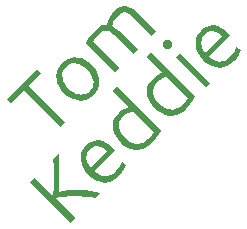
<source format=gts>
G04 #@! TF.GenerationSoftware,KiCad,Pcbnew,9.0.2-9.0.2-0~ubuntu24.04.1*
G04 #@! TF.CreationDate,2025-07-24T13:16:32-07:00*
G04 #@! TF.ProjectId,2025-mini-keychain,32303235-2d6d-4696-9e69-2d6b65796368,rev?*
G04 #@! TF.SameCoordinates,Original*
G04 #@! TF.FileFunction,Soldermask,Top*
G04 #@! TF.FilePolarity,Negative*
%FSLAX46Y46*%
G04 Gerber Fmt 4.6, Leading zero omitted, Abs format (unit mm)*
G04 Created by KiCad (PCBNEW 9.0.2-9.0.2-0~ubuntu24.04.1) date 2025-07-24 13:16:32*
%MOMM*%
%LPD*%
G01*
G04 APERTURE LIST*
%ADD10C,0.150000*%
G04 APERTURE END LIST*
D10*
G36*
X58312792Y-65621700D02*
G01*
X55214235Y-62523143D01*
X54120359Y-63617018D01*
X53788764Y-63285423D01*
X56357547Y-60716640D01*
X56689142Y-61048235D01*
X55600232Y-62137145D01*
X58698789Y-65235703D01*
X58312792Y-65621700D01*
G37*
G36*
X59828508Y-59756970D02*
G01*
X60130952Y-59829148D01*
X60417672Y-59952002D01*
X60702275Y-60134141D01*
X60987357Y-60383318D01*
X61236579Y-60668358D01*
X61419677Y-60953848D01*
X61544117Y-61242313D01*
X61617629Y-61546244D01*
X61634105Y-61839037D01*
X61595929Y-62125704D01*
X61503984Y-62399390D01*
X61355833Y-62658874D01*
X61145598Y-62907629D01*
X60903665Y-63111498D01*
X60646645Y-63257608D01*
X60371013Y-63350619D01*
X60082707Y-63390140D01*
X59789063Y-63374473D01*
X59485032Y-63301398D01*
X59196700Y-63176850D01*
X58911280Y-62993679D01*
X58626253Y-62744422D01*
X58377040Y-62459353D01*
X58194829Y-62174819D01*
X58071867Y-61888233D01*
X57999808Y-61585656D01*
X57984454Y-61300916D01*
X58481837Y-61300916D01*
X58506334Y-61508347D01*
X58574225Y-61727401D01*
X58676723Y-61934085D01*
X58820847Y-62143907D01*
X59012250Y-62358425D01*
X59226613Y-62549685D01*
X59436439Y-62693824D01*
X59643274Y-62796450D01*
X59862328Y-62864341D01*
X60069759Y-62888838D01*
X60269548Y-62873088D01*
X60461431Y-62816983D01*
X60641931Y-62719402D01*
X60814003Y-62576034D01*
X60960588Y-62400541D01*
X61059564Y-62218455D01*
X61115807Y-62026829D01*
X61131651Y-61826902D01*
X61107149Y-61619474D01*
X61039169Y-61400555D01*
X60936543Y-61193720D01*
X60792404Y-60983894D01*
X60601144Y-60769531D01*
X60386626Y-60578128D01*
X60176804Y-60434004D01*
X59970120Y-60331506D01*
X59751201Y-60263526D01*
X59543773Y-60239024D01*
X59343845Y-60254868D01*
X59152082Y-60311001D01*
X58969928Y-60409906D01*
X58794425Y-60556456D01*
X58651093Y-60728539D01*
X58553581Y-60909107D01*
X58497587Y-61101127D01*
X58481837Y-61300916D01*
X57984454Y-61300916D01*
X57983966Y-61291866D01*
X58022430Y-61002037D01*
X58114108Y-60724766D01*
X58259370Y-60466931D01*
X58462830Y-60224861D01*
X58708302Y-60018184D01*
X58967811Y-59871425D01*
X59244971Y-59779496D01*
X59534793Y-59741054D01*
X59828508Y-59756970D01*
G37*
G36*
X62951237Y-60983255D02*
G01*
X60476364Y-58508381D01*
X60778383Y-58028475D01*
X60994234Y-57740621D01*
X61317872Y-57389679D01*
X61573258Y-57171399D01*
X61810300Y-57035848D01*
X62058038Y-56963147D01*
X62302727Y-56959210D01*
X62359720Y-56699288D01*
X62421525Y-56515244D01*
X62527892Y-56288464D01*
X62670403Y-56065693D01*
X62872009Y-55835543D01*
X63152470Y-55594583D01*
X63398739Y-55453578D01*
X63619393Y-55390394D01*
X63849357Y-55384320D01*
X64076070Y-55431772D01*
X64305035Y-55536331D01*
X64631646Y-55761165D01*
X64985495Y-56078195D01*
X66420896Y-57513596D01*
X66049795Y-57884697D01*
X64718233Y-56553136D01*
X64393649Y-56253410D01*
X64136647Y-56060924D01*
X63960966Y-55968108D01*
X63800153Y-55923370D01*
X63649185Y-55919737D01*
X63502958Y-55956904D01*
X63343060Y-56044663D01*
X63164097Y-56196714D01*
X62998600Y-56384657D01*
X62886689Y-56558317D01*
X62805481Y-56734113D01*
X62760613Y-56877391D01*
X62718516Y-57087876D01*
X62885516Y-57178447D01*
X63067598Y-57303111D01*
X63421429Y-57612470D01*
X64871726Y-59062767D01*
X64500408Y-59434084D01*
X63168847Y-58102523D01*
X62844319Y-57802734D01*
X62587476Y-57610095D01*
X62411809Y-57517728D01*
X62250144Y-57473791D01*
X62097423Y-57471499D01*
X61949837Y-57510533D01*
X61785930Y-57602049D01*
X61599815Y-57760997D01*
X61352414Y-58033440D01*
X61186616Y-58253640D01*
X61100047Y-58389430D01*
X63322555Y-60611937D01*
X62951237Y-60983255D01*
G37*
G36*
X59205185Y-73729307D02*
G01*
X55775032Y-70299155D01*
X56161030Y-69913157D01*
X57725096Y-71477224D01*
X57747332Y-70692924D01*
X57757263Y-69821623D01*
X57749707Y-68997601D01*
X57725096Y-68349091D01*
X58185573Y-67888614D01*
X58205434Y-68596708D01*
X58212558Y-69450522D01*
X58207809Y-70326572D01*
X58185357Y-71105907D01*
X58556012Y-71040344D01*
X59009380Y-70994727D01*
X59481285Y-70974451D01*
X59977180Y-70977673D01*
X60471637Y-71003251D01*
X60935049Y-71049130D01*
X61376932Y-71119317D01*
X61729496Y-71204997D01*
X61288880Y-71645612D01*
X60877210Y-71569518D01*
X60437656Y-71517162D01*
X59991217Y-71488627D01*
X59541529Y-71482405D01*
X59096072Y-71497999D01*
X58678000Y-71534217D01*
X58274612Y-71594373D01*
X57923060Y-71675188D01*
X59591182Y-73343310D01*
X59205185Y-73729307D01*
G37*
G36*
X61689752Y-66753302D02*
G01*
X61964375Y-66827337D01*
X62223372Y-66949926D01*
X62501670Y-67139442D01*
X62803294Y-67408924D01*
X62882307Y-67493118D01*
X62961751Y-67586811D01*
X61174678Y-69373884D01*
X61417511Y-69567773D01*
X61648035Y-69700440D01*
X61869434Y-69780712D01*
X62085485Y-69814499D01*
X62300271Y-69799426D01*
X62519993Y-69728785D01*
X62750427Y-69594681D01*
X62996292Y-69383814D01*
X63224030Y-69129917D01*
X63362645Y-68923337D01*
X63511172Y-68611603D01*
X63887238Y-68859004D01*
X63838507Y-68983485D01*
X63711510Y-69222982D01*
X63543308Y-69471255D01*
X63308242Y-69735054D01*
X62990417Y-70009881D01*
X62691045Y-70190382D01*
X62404775Y-70292246D01*
X62104067Y-70332335D01*
X61810708Y-70311038D01*
X61518795Y-70227914D01*
X61242235Y-70094042D01*
X60969800Y-69910227D01*
X60699737Y-69670937D01*
X60422880Y-69353994D01*
X60232539Y-69051862D01*
X60115560Y-68760346D01*
X60052901Y-68452219D01*
X60049234Y-68283416D01*
X60536835Y-68283416D01*
X60593308Y-68559792D01*
X60710718Y-68821412D01*
X60882806Y-69062150D01*
X62293596Y-67651359D01*
X62027283Y-67434824D01*
X61776342Y-67302494D01*
X61516994Y-67238431D01*
X61273768Y-67250682D01*
X61119923Y-67299626D01*
X60968917Y-67385170D01*
X60818473Y-67512547D01*
X60690004Y-67667280D01*
X60602074Y-67831431D01*
X60551210Y-68007781D01*
X60536835Y-68283416D01*
X60049234Y-68283416D01*
X60046649Y-68164420D01*
X60093324Y-67891420D01*
X60188167Y-67630325D01*
X60320626Y-67399780D01*
X60491843Y-67195848D01*
X60718746Y-67001108D01*
X60948860Y-66863039D01*
X61184825Y-66775309D01*
X61431891Y-66737242D01*
X61689752Y-66753302D01*
G37*
G36*
X66847199Y-65928835D02*
G01*
X66676437Y-66223514D01*
X66416514Y-66592241D01*
X66040448Y-67012780D01*
X65775056Y-67240649D01*
X65501280Y-67406140D01*
X65216209Y-67515354D01*
X64917160Y-67569685D01*
X64617094Y-67565037D01*
X64310583Y-67500458D01*
X64019532Y-67380901D01*
X63729297Y-67198243D01*
X63436908Y-66943697D01*
X63191685Y-66666305D01*
X63006538Y-66388988D01*
X62874967Y-66109744D01*
X62792048Y-65814538D01*
X62767240Y-65526600D01*
X62778232Y-65425556D01*
X63273961Y-65425556D01*
X63285791Y-65659198D01*
X63351453Y-65888823D01*
X63469075Y-66119675D01*
X63624589Y-66337804D01*
X63817940Y-66552735D01*
X64043635Y-66751446D01*
X64262281Y-66894062D01*
X64476165Y-66988169D01*
X64702037Y-67042830D01*
X64919286Y-67053021D01*
X65132015Y-67020551D01*
X65335142Y-66947541D01*
X65528305Y-66834154D01*
X65713818Y-66676219D01*
X65915728Y-66461956D01*
X66050162Y-66295403D01*
X66223516Y-66037856D01*
X64486096Y-64300436D01*
X64323832Y-64332943D01*
X64087793Y-64416796D01*
X63853889Y-64544221D01*
X63624941Y-64735870D01*
X63433312Y-64968390D01*
X63322922Y-65191597D01*
X63273961Y-65425556D01*
X62778232Y-65425556D01*
X62798328Y-65240819D01*
X62885630Y-64967480D01*
X63034767Y-64703153D01*
X63253624Y-64443997D01*
X63500270Y-64232623D01*
X63738927Y-64092541D01*
X63977368Y-63995935D01*
X64139605Y-63953945D01*
X62783433Y-62597773D01*
X63085452Y-62167087D01*
X66847199Y-65928835D01*
G37*
G36*
X69741748Y-63034286D02*
G01*
X69570985Y-63328966D01*
X69311063Y-63697692D01*
X68934996Y-64118231D01*
X68669605Y-64346100D01*
X68395829Y-64511591D01*
X68110758Y-64620805D01*
X67811709Y-64675136D01*
X67511643Y-64670488D01*
X67205132Y-64605909D01*
X66914081Y-64486352D01*
X66623846Y-64303694D01*
X66331457Y-64049149D01*
X66086234Y-63771756D01*
X65901086Y-63494440D01*
X65769515Y-63215196D01*
X65686597Y-62919989D01*
X65661789Y-62632051D01*
X65672781Y-62531008D01*
X66168510Y-62531008D01*
X66180339Y-62764649D01*
X66246002Y-62994274D01*
X66363623Y-63225126D01*
X66519138Y-63443255D01*
X66712489Y-63658186D01*
X66938184Y-63856897D01*
X67156830Y-63999514D01*
X67370714Y-64093620D01*
X67596586Y-64148281D01*
X67813835Y-64158472D01*
X68026564Y-64126003D01*
X68229690Y-64052992D01*
X68422854Y-63939605D01*
X68608367Y-63781671D01*
X68810277Y-63567407D01*
X68944711Y-63400854D01*
X69118065Y-63143307D01*
X67380644Y-61405887D01*
X67218380Y-61438394D01*
X66982342Y-61522247D01*
X66748438Y-61649673D01*
X66519490Y-61841321D01*
X66327861Y-62073841D01*
X66217471Y-62297049D01*
X66168510Y-62531008D01*
X65672781Y-62531008D01*
X65692877Y-62346270D01*
X65780179Y-62072931D01*
X65929316Y-61808604D01*
X66148173Y-61549448D01*
X66394819Y-61338074D01*
X66633476Y-61197992D01*
X66871917Y-61101386D01*
X67034153Y-61059396D01*
X65677981Y-59703224D01*
X65980001Y-59272539D01*
X69741748Y-63034286D01*
G37*
G36*
X70651476Y-62283016D02*
G01*
X68087443Y-59718983D01*
X68458760Y-59347666D01*
X71022793Y-61911699D01*
X70651476Y-62283016D01*
G37*
G36*
X67661723Y-58917197D02*
G01*
X67542041Y-58999576D01*
X67401801Y-59028592D01*
X67260341Y-59000602D01*
X67127199Y-58907266D01*
X67037941Y-58778620D01*
X67010838Y-58637629D01*
X67039854Y-58497389D01*
X67122233Y-58377707D01*
X67241886Y-58295371D01*
X67381940Y-58266528D01*
X67523116Y-58293480D01*
X67651792Y-58382672D01*
X67745061Y-58515845D01*
X67772902Y-58657490D01*
X67744059Y-58797544D01*
X67661723Y-58917197D01*
G37*
G36*
X71413087Y-57029967D02*
G01*
X71687711Y-57104002D01*
X71946707Y-57226591D01*
X72225005Y-57416107D01*
X72526629Y-57685589D01*
X72605642Y-57769783D01*
X72685086Y-57863476D01*
X70898013Y-59650548D01*
X71140846Y-59844438D01*
X71371370Y-59977105D01*
X71592769Y-60057377D01*
X71808820Y-60091164D01*
X72023606Y-60076091D01*
X72243328Y-60005450D01*
X72473762Y-59871346D01*
X72719628Y-59660479D01*
X72947365Y-59406582D01*
X73085980Y-59200002D01*
X73234507Y-58888268D01*
X73610573Y-59135669D01*
X73561842Y-59260150D01*
X73434845Y-59499647D01*
X73266643Y-59747920D01*
X73031577Y-60011719D01*
X72713753Y-60286546D01*
X72414380Y-60467047D01*
X72128110Y-60568911D01*
X71827402Y-60609000D01*
X71534043Y-60587703D01*
X71242130Y-60504579D01*
X70965570Y-60370707D01*
X70693136Y-60186892D01*
X70423073Y-59947602D01*
X70146215Y-59630659D01*
X69955874Y-59328527D01*
X69838895Y-59037011D01*
X69776236Y-58728884D01*
X69772569Y-58560081D01*
X70260170Y-58560081D01*
X70316643Y-58836457D01*
X70434053Y-59098077D01*
X70606141Y-59338815D01*
X72016931Y-57928024D01*
X71750618Y-57711489D01*
X71499677Y-57579159D01*
X71240329Y-57515096D01*
X70997103Y-57527347D01*
X70843258Y-57576291D01*
X70692252Y-57661835D01*
X70541808Y-57789212D01*
X70413339Y-57943945D01*
X70325409Y-58108096D01*
X70274546Y-58284446D01*
X70260170Y-58560081D01*
X69772569Y-58560081D01*
X69769984Y-58441085D01*
X69816659Y-58168085D01*
X69911502Y-57906990D01*
X70043961Y-57676445D01*
X70215178Y-57472513D01*
X70442081Y-57277773D01*
X70672195Y-57139704D01*
X70908160Y-57051974D01*
X71155226Y-57013907D01*
X71413087Y-57029967D01*
G37*
M02*

</source>
